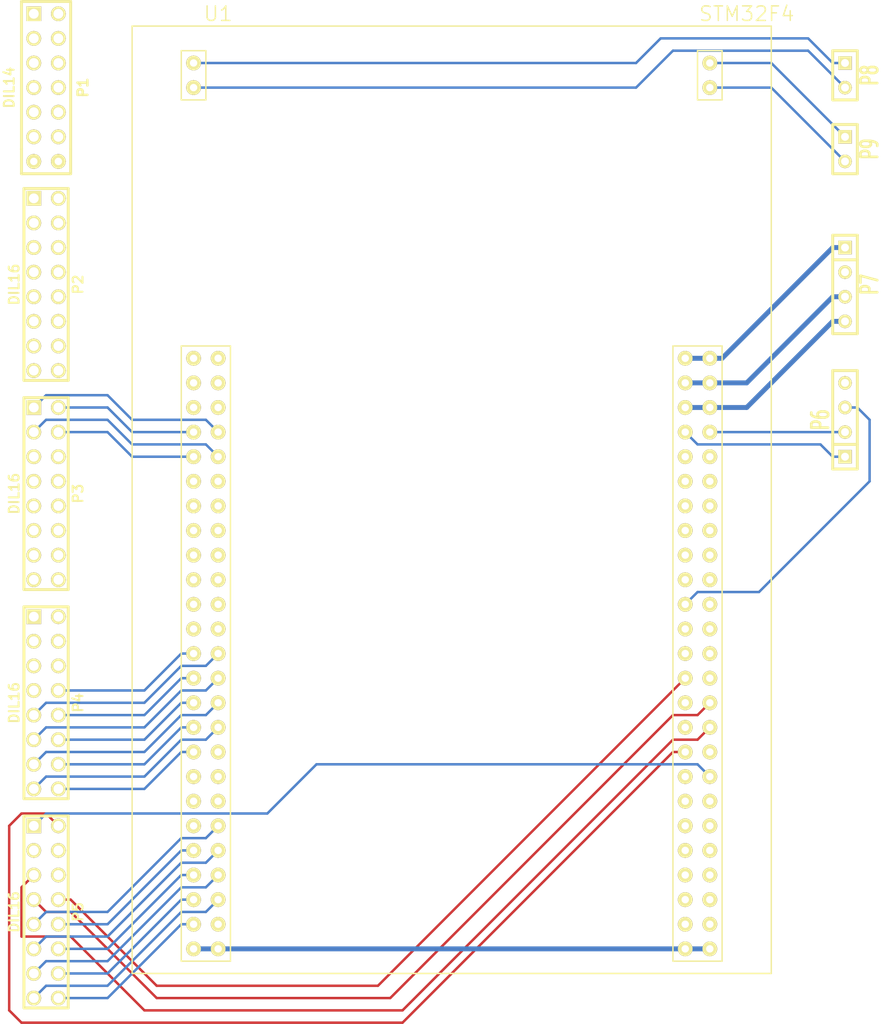
<source format=kicad_pcb>
(kicad_pcb (version 3) (host pcbnew "(2013-mar-13)-testing")

  (general
    (links 103)
    (no_connects 63)
    (area 19.913599 13.96873 194.6656 136.042401)
    (thickness 1.6)
    (drawings 0)
    (tracks 152)
    (zones 0)
    (modules 10)
    (nets 92)
  )

  (page A4)
  (layers
    (15 F.Cu signal)
    (0 B.Cu signal)
    (16 B.Adhes user)
    (17 F.Adhes user)
    (18 B.Paste user)
    (19 F.Paste user)
    (20 B.SilkS user)
    (21 F.SilkS user)
    (22 B.Mask user)
    (23 F.Mask user)
    (24 Dwgs.User user)
    (25 Cmts.User user)
    (26 Eco1.User user)
    (27 Eco2.User user)
    (28 Edge.Cuts user)
  )

  (setup
    (last_trace_width 0.254)
    (trace_clearance 0.254)
    (zone_clearance 0.508)
    (zone_45_only no)
    (trace_min 0.254)
    (segment_width 0.2)
    (edge_width 0.15)
    (via_size 0.889)
    (via_drill 0.635)
    (via_min_size 0.889)
    (via_min_drill 0.508)
    (uvia_size 0.508)
    (uvia_drill 0.127)
    (uvias_allowed no)
    (uvia_min_size 0.508)
    (uvia_min_drill 0.127)
    (pcb_text_width 0.3)
    (pcb_text_size 1.5 1.5)
    (mod_edge_width 0.15)
    (mod_text_size 1.5 1.5)
    (mod_text_width 0.15)
    (pad_size 1.524 1.524)
    (pad_drill 0.762)
    (pad_to_mask_clearance 0.2)
    (aux_axis_origin 0 0)
    (visible_elements FFFFFF7F)
    (pcbplotparams
      (layerselection 3178497)
      (usegerberextensions true)
      (excludeedgelayer true)
      (linewidth 0.100000)
      (plotframeref false)
      (viasonmask false)
      (mode 1)
      (useauxorigin false)
      (hpglpennumber 1)
      (hpglpenspeed 20)
      (hpglpendiameter 15)
      (hpglpenoverlay 2)
      (psnegative false)
      (psa4output false)
      (plotreference true)
      (plotvalue true)
      (plotothertext true)
      (plotinvisibletext false)
      (padsonsilk false)
      (subtractmaskfromsilk false)
      (outputformat 1)
      (mirror false)
      (drillshape 1)
      (scaleselection 1)
      (outputdirectory ""))
  )

  (net 0 "")
  (net 1 N-000001)
  (net 2 N-0000010)
  (net 3 N-0000011)
  (net 4 N-0000012)
  (net 5 N-0000013)
  (net 6 N-0000014)
  (net 7 N-0000015)
  (net 8 N-0000016)
  (net 9 N-0000017)
  (net 10 N-0000018)
  (net 11 N-0000019)
  (net 12 N-000002)
  (net 13 N-0000020)
  (net 14 N-0000021)
  (net 15 N-0000022)
  (net 16 N-0000023)
  (net 17 N-0000024)
  (net 18 N-0000025)
  (net 19 N-0000026)
  (net 20 N-0000027)
  (net 21 N-0000028)
  (net 22 N-0000029)
  (net 23 N-000003)
  (net 24 N-0000030)
  (net 25 N-0000031)
  (net 26 N-0000032)
  (net 27 N-0000033)
  (net 28 N-0000034)
  (net 29 N-0000035)
  (net 30 N-0000036)
  (net 31 N-0000037)
  (net 32 N-0000038)
  (net 33 N-0000039)
  (net 34 N-000004)
  (net 35 N-0000040)
  (net 36 N-0000041)
  (net 37 N-0000042)
  (net 38 N-0000043)
  (net 39 N-0000044)
  (net 40 N-0000045)
  (net 41 N-0000046)
  (net 42 N-0000047)
  (net 43 N-0000048)
  (net 44 N-0000049)
  (net 45 N-000005)
  (net 46 N-0000050)
  (net 47 N-0000051)
  (net 48 N-0000052)
  (net 49 N-0000053)
  (net 50 N-0000054)
  (net 51 N-0000055)
  (net 52 N-0000056)
  (net 53 N-0000057)
  (net 54 N-0000058)
  (net 55 N-0000059)
  (net 56 N-000006)
  (net 57 N-0000060)
  (net 58 N-0000061)
  (net 59 N-0000062)
  (net 60 N-0000063)
  (net 61 N-0000064)
  (net 62 N-0000065)
  (net 63 N-0000066)
  (net 64 N-0000067)
  (net 65 N-0000068)
  (net 66 N-0000069)
  (net 67 N-000007)
  (net 68 N-0000070)
  (net 69 N-0000071)
  (net 70 N-0000072)
  (net 71 N-0000073)
  (net 72 N-0000074)
  (net 73 N-0000075)
  (net 74 N-0000076)
  (net 75 N-0000077)
  (net 76 N-0000078)
  (net 77 N-0000079)
  (net 78 N-000008)
  (net 79 N-0000080)
  (net 80 N-0000081)
  (net 81 N-0000082)
  (net 82 N-0000083)
  (net 83 N-0000084)
  (net 84 N-0000085)
  (net 85 N-0000086)
  (net 86 N-0000087)
  (net 87 N-0000088)
  (net 88 N-0000089)
  (net 89 N-000009)
  (net 90 N-0000090)
  (net 91 N-0000091)

  (net_class Default "This is the default net class."
    (clearance 0.254)
    (trace_width 0.254)
    (via_dia 0.889)
    (via_drill 0.635)
    (uvia_dia 0.508)
    (uvia_drill 0.127)
    (add_net "")
    (add_net N-000001)
    (add_net N-0000010)
    (add_net N-0000011)
    (add_net N-0000012)
    (add_net N-0000013)
    (add_net N-0000014)
    (add_net N-0000015)
    (add_net N-0000016)
    (add_net N-0000017)
    (add_net N-0000018)
    (add_net N-0000019)
    (add_net N-000002)
    (add_net N-0000020)
    (add_net N-0000021)
    (add_net N-0000022)
    (add_net N-0000023)
    (add_net N-0000024)
    (add_net N-0000025)
    (add_net N-0000026)
    (add_net N-0000027)
    (add_net N-0000028)
    (add_net N-0000029)
    (add_net N-000003)
    (add_net N-0000030)
    (add_net N-0000031)
    (add_net N-0000032)
    (add_net N-0000033)
    (add_net N-0000034)
    (add_net N-0000035)
    (add_net N-0000036)
    (add_net N-0000037)
    (add_net N-0000038)
    (add_net N-0000039)
    (add_net N-000004)
    (add_net N-0000040)
    (add_net N-0000041)
    (add_net N-0000042)
    (add_net N-0000043)
    (add_net N-0000044)
    (add_net N-0000045)
    (add_net N-0000046)
    (add_net N-0000047)
    (add_net N-0000048)
    (add_net N-0000049)
    (add_net N-000005)
    (add_net N-0000050)
    (add_net N-0000051)
    (add_net N-0000052)
    (add_net N-0000053)
    (add_net N-0000054)
    (add_net N-0000055)
    (add_net N-0000056)
    (add_net N-0000057)
    (add_net N-0000058)
    (add_net N-0000059)
    (add_net N-000006)
    (add_net N-0000060)
    (add_net N-0000061)
    (add_net N-0000062)
    (add_net N-0000063)
    (add_net N-0000064)
    (add_net N-0000065)
    (add_net N-0000066)
    (add_net N-0000067)
    (add_net N-0000068)
    (add_net N-0000069)
    (add_net N-000007)
    (add_net N-0000070)
    (add_net N-0000071)
    (add_net N-0000072)
    (add_net N-0000073)
    (add_net N-0000074)
    (add_net N-0000075)
    (add_net N-0000076)
    (add_net N-0000077)
    (add_net N-0000079)
    (add_net N-000008)
    (add_net N-0000080)
    (add_net N-0000081)
    (add_net N-0000083)
    (add_net N-0000084)
    (add_net N-0000085)
    (add_net N-0000086)
    (add_net N-0000088)
    (add_net N-0000089)
    (add_net N-000009)
    (add_net N-0000091)
  )

  (net_class Power ""
    (clearance 0.254)
    (trace_width 0.508)
    (via_dia 0.889)
    (via_drill 0.635)
    (uvia_dia 0.508)
    (uvia_drill 0.127)
    (add_net N-0000078)
    (add_net N-0000082)
    (add_net N-0000087)
    (add_net N-0000090)
  )

  (module pin_array_8x2 (layer F.Cu) (tedit 3FB38B89) (tstamp 53440DBA)
    (at 26.67 44.45 270)
    (descr "Double rangee de contacts 2 x 8 pins")
    (tags CONN)
    (path /53441130)
    (fp_text reference P2 (at 0 -3.302 270) (layer F.SilkS)
      (effects (font (size 1.016 1.016) (thickness 0.2032)))
    )
    (fp_text value DIL16 (at 0 3.302 270) (layer F.SilkS)
      (effects (font (size 1.016 1.016) (thickness 0.2032)))
    )
    (fp_line (start -9.906 2.286) (end -9.906 -2.286) (layer F.SilkS) (width 0.3048))
    (fp_line (start -9.906 -2.286) (end 9.906 -2.286) (layer F.SilkS) (width 0.3048))
    (fp_line (start 9.906 -2.286) (end 9.906 2.286) (layer F.SilkS) (width 0.3048))
    (fp_line (start 9.906 2.286) (end -9.906 2.286) (layer F.SilkS) (width 0.3048))
    (pad 1 thru_hole rect (at -8.89 1.27 270) (size 1.524 1.524) (drill 1.016)
      (layers *.Cu *.Mask F.SilkS)
      (net 36 N-0000041)
    )
    (pad 2 thru_hole circle (at -8.89 -1.27 270) (size 1.524 1.524) (drill 1.016)
      (layers *.Cu *.Mask F.SilkS)
      (net 35 N-0000040)
    )
    (pad 3 thru_hole circle (at -6.35 1.27 270) (size 1.524 1.524) (drill 1.016)
      (layers *.Cu *.Mask F.SilkS)
      (net 33 N-0000039)
    )
    (pad 4 thru_hole circle (at -6.35 -1.27 270) (size 1.524 1.524) (drill 1.016)
      (layers *.Cu *.Mask F.SilkS)
      (net 32 N-0000038)
    )
    (pad 5 thru_hole circle (at -3.81 1.27 270) (size 1.524 1.524) (drill 1.016)
      (layers *.Cu *.Mask F.SilkS)
      (net 31 N-0000037)
    )
    (pad 6 thru_hole circle (at -3.81 -1.27 270) (size 1.524 1.524) (drill 1.016)
      (layers *.Cu *.Mask F.SilkS)
      (net 30 N-0000036)
    )
    (pad 7 thru_hole circle (at -1.27 1.27 270) (size 1.524 1.524) (drill 1.016)
      (layers *.Cu *.Mask F.SilkS)
      (net 29 N-0000035)
    )
    (pad 8 thru_hole circle (at -1.27 -1.27 270) (size 1.524 1.524) (drill 1.016)
      (layers *.Cu *.Mask F.SilkS)
      (net 28 N-0000034)
    )
    (pad 9 thru_hole circle (at 1.27 1.27 270) (size 1.524 1.524) (drill 1.016)
      (layers *.Cu *.Mask F.SilkS)
      (net 2 N-0000010)
    )
    (pad 10 thru_hole circle (at 1.27 -1.27 270) (size 1.524 1.524) (drill 1.016)
      (layers *.Cu *.Mask F.SilkS)
      (net 89 N-000009)
    )
    (pad 11 thru_hole circle (at 3.81 1.27 270) (size 1.524 1.524) (drill 1.016)
      (layers *.Cu *.Mask F.SilkS)
      (net 1 N-000001)
    )
    (pad 12 thru_hole circle (at 3.81 -1.27 270) (size 1.524 1.524) (drill 1.016)
      (layers *.Cu *.Mask F.SilkS)
      (net 67 N-000007)
    )
    (pad 13 thru_hole circle (at 6.35 1.27 270) (size 1.524 1.524) (drill 1.016)
      (layers *.Cu *.Mask F.SilkS)
      (net 3 N-0000011)
    )
    (pad 14 thru_hole circle (at 6.35 -1.27 270) (size 1.524 1.524) (drill 1.016)
      (layers *.Cu *.Mask F.SilkS)
      (net 4 N-0000012)
    )
    (pad 15 thru_hole circle (at 8.89 1.27 270) (size 1.524 1.524) (drill 1.016)
      (layers *.Cu *.Mask F.SilkS)
      (net 10 N-0000018)
    )
    (pad 16 thru_hole circle (at 8.89 -1.27 270) (size 1.524 1.524) (drill 1.016)
      (layers *.Cu *.Mask F.SilkS)
      (net 27 N-0000033)
    )
    (model pin_array/pins_array_8x2.wrl
      (at (xyz 0 0 0))
      (scale (xyz 1 1 1))
      (rotate (xyz 0 0 0))
    )
  )

  (module pin_array_8x2 (layer F.Cu) (tedit 3FB38B89) (tstamp 53440DD2)
    (at 26.67 66.04 270)
    (descr "Double rangee de contacts 2 x 8 pins")
    (tags CONN)
    (path /53440C31)
    (fp_text reference P3 (at 0 -3.302 270) (layer F.SilkS)
      (effects (font (size 1.016 1.016) (thickness 0.2032)))
    )
    (fp_text value DIL16 (at 0 3.302 270) (layer F.SilkS)
      (effects (font (size 1.016 1.016) (thickness 0.2032)))
    )
    (fp_line (start -9.906 2.286) (end -9.906 -2.286) (layer F.SilkS) (width 0.3048))
    (fp_line (start -9.906 -2.286) (end 9.906 -2.286) (layer F.SilkS) (width 0.3048))
    (fp_line (start 9.906 -2.286) (end 9.906 2.286) (layer F.SilkS) (width 0.3048))
    (fp_line (start 9.906 2.286) (end -9.906 2.286) (layer F.SilkS) (width 0.3048))
    (pad 1 thru_hole rect (at -8.89 1.27 270) (size 1.524 1.524) (drill 1.016)
      (layers *.Cu *.Mask F.SilkS)
      (net 22 N-0000029)
    )
    (pad 2 thru_hole circle (at -8.89 -1.27 270) (size 1.524 1.524) (drill 1.016)
      (layers *.Cu *.Mask F.SilkS)
      (net 21 N-0000028)
    )
    (pad 3 thru_hole circle (at -6.35 1.27 270) (size 1.524 1.524) (drill 1.016)
      (layers *.Cu *.Mask F.SilkS)
      (net 16 N-0000023)
    )
    (pad 4 thru_hole circle (at -6.35 -1.27 270) (size 1.524 1.524) (drill 1.016)
      (layers *.Cu *.Mask F.SilkS)
      (net 20 N-0000027)
    )
    (pad 5 thru_hole circle (at -3.81 1.27 270) (size 1.524 1.524) (drill 1.016)
      (layers *.Cu *.Mask F.SilkS)
      (net 19 N-0000026)
    )
    (pad 6 thru_hole circle (at -3.81 -1.27 270) (size 1.524 1.524) (drill 1.016)
      (layers *.Cu *.Mask F.SilkS)
      (net 18 N-0000025)
    )
    (pad 7 thru_hole circle (at -1.27 1.27 270) (size 1.524 1.524) (drill 1.016)
      (layers *.Cu *.Mask F.SilkS)
      (net 17 N-0000024)
    )
    (pad 8 thru_hole circle (at -1.27 -1.27 270) (size 1.524 1.524) (drill 1.016)
      (layers *.Cu *.Mask F.SilkS)
      (net 37 N-0000042)
    )
    (pad 9 thru_hole circle (at 1.27 1.27 270) (size 1.524 1.524) (drill 1.016)
      (layers *.Cu *.Mask F.SilkS)
      (net 24 N-0000030)
    )
    (pad 10 thru_hole circle (at 1.27 -1.27 270) (size 1.524 1.524) (drill 1.016)
      (layers *.Cu *.Mask F.SilkS)
      (net 25 N-0000031)
    )
    (pad 11 thru_hole circle (at 3.81 1.27 270) (size 1.524 1.524) (drill 1.016)
      (layers *.Cu *.Mask F.SilkS)
      (net 26 N-0000032)
    )
    (pad 12 thru_hole circle (at 3.81 -1.27 270) (size 1.524 1.524) (drill 1.016)
      (layers *.Cu *.Mask F.SilkS)
      (net 88 N-0000089)
    )
    (pad 13 thru_hole circle (at 6.35 1.27 270) (size 1.524 1.524) (drill 1.016)
      (layers *.Cu *.Mask F.SilkS)
      (net 77 N-0000079)
    )
    (pad 14 thru_hole circle (at 6.35 -1.27 270) (size 1.524 1.524) (drill 1.016)
      (layers *.Cu *.Mask F.SilkS)
      (net 82 N-0000083)
    )
    (pad 15 thru_hole circle (at 8.89 1.27 270) (size 1.524 1.524) (drill 1.016)
      (layers *.Cu *.Mask F.SilkS)
      (net 87 N-0000088)
    )
    (pad 16 thru_hole circle (at 8.89 -1.27 270) (size 1.524 1.524) (drill 1.016)
      (layers *.Cu *.Mask F.SilkS)
      (net 80 N-0000081)
    )
    (model pin_array/pins_array_8x2.wrl
      (at (xyz 0 0 0))
      (scale (xyz 1 1 1))
      (rotate (xyz 0 0 0))
    )
  )

  (module pin_array_8x2 (layer F.Cu) (tedit 3FB38B89) (tstamp 53440DEA)
    (at 26.67 87.63 270)
    (descr "Double rangee de contacts 2 x 8 pins")
    (tags CONN)
    (path /534428B4)
    (fp_text reference P4 (at 0 -3.302 270) (layer F.SilkS)
      (effects (font (size 1.016 1.016) (thickness 0.2032)))
    )
    (fp_text value DIL16 (at 0 3.302 270) (layer F.SilkS)
      (effects (font (size 1.016 1.016) (thickness 0.2032)))
    )
    (fp_line (start -9.906 2.286) (end -9.906 -2.286) (layer F.SilkS) (width 0.3048))
    (fp_line (start -9.906 -2.286) (end 9.906 -2.286) (layer F.SilkS) (width 0.3048))
    (fp_line (start 9.906 -2.286) (end 9.906 2.286) (layer F.SilkS) (width 0.3048))
    (fp_line (start 9.906 2.286) (end -9.906 2.286) (layer F.SilkS) (width 0.3048))
    (pad 1 thru_hole rect (at -8.89 1.27 270) (size 1.524 1.524) (drill 1.016)
      (layers *.Cu *.Mask F.SilkS)
      (net 65 N-0000068)
    )
    (pad 2 thru_hole circle (at -8.89 -1.27 270) (size 1.524 1.524) (drill 1.016)
      (layers *.Cu *.Mask F.SilkS)
      (net 64 N-0000067)
    )
    (pad 3 thru_hole circle (at -6.35 1.27 270) (size 1.524 1.524) (drill 1.016)
      (layers *.Cu *.Mask F.SilkS)
      (net 63 N-0000066)
    )
    (pad 4 thru_hole circle (at -6.35 -1.27 270) (size 1.524 1.524) (drill 1.016)
      (layers *.Cu *.Mask F.SilkS)
      (net 55 N-0000059)
    )
    (pad 5 thru_hole circle (at -3.81 1.27 270) (size 1.524 1.524) (drill 1.016)
      (layers *.Cu *.Mask F.SilkS)
      (net 73 N-0000075)
    )
    (pad 6 thru_hole circle (at -3.81 -1.27 270) (size 1.524 1.524) (drill 1.016)
      (layers *.Cu *.Mask F.SilkS)
      (net 72 N-0000074)
    )
    (pad 7 thru_hole circle (at -1.27 1.27 270) (size 1.524 1.524) (drill 1.016)
      (layers *.Cu *.Mask F.SilkS)
      (net 71 N-0000073)
    )
    (pad 8 thru_hole circle (at -1.27 -1.27 270) (size 1.524 1.524) (drill 1.016)
      (layers *.Cu *.Mask F.SilkS)
      (net 70 N-0000072)
    )
    (pad 9 thru_hole circle (at 1.27 1.27 270) (size 1.524 1.524) (drill 1.016)
      (layers *.Cu *.Mask F.SilkS)
      (net 74 N-0000076)
    )
    (pad 10 thru_hole circle (at 1.27 -1.27 270) (size 1.524 1.524) (drill 1.016)
      (layers *.Cu *.Mask F.SilkS)
      (net 75 N-0000077)
    )
    (pad 11 thru_hole circle (at 3.81 1.27 270) (size 1.524 1.524) (drill 1.016)
      (layers *.Cu *.Mask F.SilkS)
      (net 57 N-0000060)
    )
    (pad 12 thru_hole circle (at 3.81 -1.27 270) (size 1.524 1.524) (drill 1.016)
      (layers *.Cu *.Mask F.SilkS)
      (net 58 N-0000061)
    )
    (pad 13 thru_hole circle (at 6.35 1.27 270) (size 1.524 1.524) (drill 1.016)
      (layers *.Cu *.Mask F.SilkS)
      (net 59 N-0000062)
    )
    (pad 14 thru_hole circle (at 6.35 -1.27 270) (size 1.524 1.524) (drill 1.016)
      (layers *.Cu *.Mask F.SilkS)
      (net 60 N-0000063)
    )
    (pad 15 thru_hole circle (at 8.89 1.27 270) (size 1.524 1.524) (drill 1.016)
      (layers *.Cu *.Mask F.SilkS)
      (net 61 N-0000064)
    )
    (pad 16 thru_hole circle (at 8.89 -1.27 270) (size 1.524 1.524) (drill 1.016)
      (layers *.Cu *.Mask F.SilkS)
      (net 62 N-0000065)
    )
    (model pin_array/pins_array_8x2.wrl
      (at (xyz 0 0 0))
      (scale (xyz 1 1 1))
      (rotate (xyz 0 0 0))
    )
  )

  (module pin_array_8x2 (layer F.Cu) (tedit 3FB38B89) (tstamp 53440E02)
    (at 26.67 109.22 270)
    (descr "Double rangee de contacts 2 x 8 pins")
    (tags CONN)
    (path /5344195D)
    (fp_text reference P5 (at 0 -3.302 270) (layer F.SilkS)
      (effects (font (size 1.016 1.016) (thickness 0.2032)))
    )
    (fp_text value DIL16 (at 0 3.302 270) (layer F.SilkS)
      (effects (font (size 1.016 1.016) (thickness 0.2032)))
    )
    (fp_line (start -9.906 2.286) (end -9.906 -2.286) (layer F.SilkS) (width 0.3048))
    (fp_line (start -9.906 -2.286) (end 9.906 -2.286) (layer F.SilkS) (width 0.3048))
    (fp_line (start 9.906 -2.286) (end 9.906 2.286) (layer F.SilkS) (width 0.3048))
    (fp_line (start 9.906 2.286) (end -9.906 2.286) (layer F.SilkS) (width 0.3048))
    (pad 1 thru_hole rect (at -8.89 1.27 270) (size 1.524 1.524) (drill 1.016)
      (layers *.Cu *.Mask F.SilkS)
      (net 56 N-000006)
    )
    (pad 2 thru_hole circle (at -8.89 -1.27 270) (size 1.524 1.524) (drill 1.016)
      (layers *.Cu *.Mask F.SilkS)
      (net 34 N-000004)
    )
    (pad 3 thru_hole circle (at -6.35 1.27 270) (size 1.524 1.524) (drill 1.016)
      (layers *.Cu *.Mask F.SilkS)
      (net 23 N-000003)
    )
    (pad 4 thru_hole circle (at -6.35 -1.27 270) (size 1.524 1.524) (drill 1.016)
      (layers *.Cu *.Mask F.SilkS)
      (net 12 N-000002)
    )
    (pad 5 thru_hole circle (at -3.81 1.27 270) (size 1.524 1.524) (drill 1.016)
      (layers *.Cu *.Mask F.SilkS)
      (net 6 N-0000014)
    )
    (pad 6 thru_hole circle (at -3.81 -1.27 270) (size 1.524 1.524) (drill 1.016)
      (layers *.Cu *.Mask F.SilkS)
      (net 5 N-0000013)
    )
    (pad 7 thru_hole circle (at -1.27 1.27 270) (size 1.524 1.524) (drill 1.016)
      (layers *.Cu *.Mask F.SilkS)
      (net 66 N-0000069)
    )
    (pad 8 thru_hole circle (at -1.27 -1.27 270) (size 1.524 1.524) (drill 1.016)
      (layers *.Cu *.Mask F.SilkS)
      (net 7 N-0000015)
    )
    (pad 9 thru_hole circle (at 1.27 1.27 270) (size 1.524 1.524) (drill 1.016)
      (layers *.Cu *.Mask F.SilkS)
      (net 8 N-0000016)
    )
    (pad 10 thru_hole circle (at 1.27 -1.27 270) (size 1.524 1.524) (drill 1.016)
      (layers *.Cu *.Mask F.SilkS)
      (net 9 N-0000017)
    )
    (pad 11 thru_hole circle (at 3.81 1.27 270) (size 1.524 1.524) (drill 1.016)
      (layers *.Cu *.Mask F.SilkS)
      (net 11 N-0000019)
    )
    (pad 12 thru_hole circle (at 3.81 -1.27 270) (size 1.524 1.524) (drill 1.016)
      (layers *.Cu *.Mask F.SilkS)
      (net 13 N-0000020)
    )
    (pad 13 thru_hole circle (at 6.35 1.27 270) (size 1.524 1.524) (drill 1.016)
      (layers *.Cu *.Mask F.SilkS)
      (net 14 N-0000021)
    )
    (pad 14 thru_hole circle (at 6.35 -1.27 270) (size 1.524 1.524) (drill 1.016)
      (layers *.Cu *.Mask F.SilkS)
      (net 15 N-0000022)
    )
    (pad 15 thru_hole circle (at 8.89 1.27 270) (size 1.524 1.524) (drill 1.016)
      (layers *.Cu *.Mask F.SilkS)
      (net 78 N-000008)
    )
    (pad 16 thru_hole circle (at 8.89 -1.27 270) (size 1.524 1.524) (drill 1.016)
      (layers *.Cu *.Mask F.SilkS)
      (net 45 N-000005)
    )
    (model pin_array/pins_array_8x2.wrl
      (at (xyz 0 0 0))
      (scale (xyz 1 1 1))
      (rotate (xyz 0 0 0))
    )
  )

  (module SIL-4 (layer F.Cu) (tedit 200000) (tstamp 53440E11)
    (at 109.22 58.42 90)
    (descr "Connecteur 4 pibs")
    (tags "CONN DEV")
    (path /53444BB6)
    (fp_text reference P6 (at 0 -2.54 90) (layer F.SilkS)
      (effects (font (size 1.73482 1.08712) (thickness 0.3048)))
    )
    (fp_text value CONN_4 (at 0 -2.54 90) (layer F.SilkS) hide
      (effects (font (size 1.524 1.016) (thickness 0.3048)))
    )
    (fp_line (start -5.08 -1.27) (end -5.08 -1.27) (layer F.SilkS) (width 0.3048))
    (fp_line (start -5.08 1.27) (end -5.08 -1.27) (layer F.SilkS) (width 0.3048))
    (fp_line (start -5.08 -1.27) (end -5.08 -1.27) (layer F.SilkS) (width 0.3048))
    (fp_line (start -5.08 -1.27) (end 5.08 -1.27) (layer F.SilkS) (width 0.3048))
    (fp_line (start 5.08 -1.27) (end 5.08 1.27) (layer F.SilkS) (width 0.3048))
    (fp_line (start 5.08 1.27) (end -5.08 1.27) (layer F.SilkS) (width 0.3048))
    (fp_line (start -2.54 1.27) (end -2.54 -1.27) (layer F.SilkS) (width 0.3048))
    (pad 1 thru_hole rect (at -3.81 0 90) (size 1.397 1.397) (drill 0.8128)
      (layers *.Cu *.Mask F.SilkS)
      (net 49 N-0000053)
    )
    (pad 2 thru_hole circle (at -1.27 0 90) (size 1.397 1.397) (drill 0.8128)
      (layers *.Cu *.Mask F.SilkS)
      (net 50 N-0000054)
    )
    (pad 3 thru_hole circle (at 1.27 0 90) (size 1.397 1.397) (drill 0.8128)
      (layers *.Cu *.Mask F.SilkS)
      (net 51 N-0000055)
    )
    (pad 4 thru_hole circle (at 3.81 0 90) (size 1.397 1.397) (drill 0.8128)
      (layers *.Cu *.Mask F.SilkS)
      (net 52 N-0000056)
    )
  )

  (module SIL-4 (layer F.Cu) (tedit 200000) (tstamp 53440E20)
    (at 109.22 44.45 270)
    (descr "Connecteur 4 pibs")
    (tags "CONN DEV")
    (path /534454EF)
    (fp_text reference P7 (at 0 -2.54 270) (layer F.SilkS)
      (effects (font (size 1.73482 1.08712) (thickness 0.3048)))
    )
    (fp_text value CONN_4 (at 0 -2.54 270) (layer F.SilkS) hide
      (effects (font (size 1.524 1.016) (thickness 0.3048)))
    )
    (fp_line (start -5.08 -1.27) (end -5.08 -1.27) (layer F.SilkS) (width 0.3048))
    (fp_line (start -5.08 1.27) (end -5.08 -1.27) (layer F.SilkS) (width 0.3048))
    (fp_line (start -5.08 -1.27) (end -5.08 -1.27) (layer F.SilkS) (width 0.3048))
    (fp_line (start -5.08 -1.27) (end 5.08 -1.27) (layer F.SilkS) (width 0.3048))
    (fp_line (start 5.08 -1.27) (end 5.08 1.27) (layer F.SilkS) (width 0.3048))
    (fp_line (start 5.08 1.27) (end -5.08 1.27) (layer F.SilkS) (width 0.3048))
    (fp_line (start -2.54 1.27) (end -2.54 -1.27) (layer F.SilkS) (width 0.3048))
    (pad 1 thru_hole rect (at -3.81 0 270) (size 1.397 1.397) (drill 0.8128)
      (layers *.Cu *.Mask F.SilkS)
      (net 81 N-0000082)
    )
    (pad 2 thru_hole circle (at -1.27 0 270) (size 1.397 1.397) (drill 0.8128)
      (layers *.Cu *.Mask F.SilkS)
      (net 86 N-0000087)
    )
    (pad 3 thru_hole circle (at 1.27 0 270) (size 1.397 1.397) (drill 0.8128)
      (layers *.Cu *.Mask F.SilkS)
      (net 90 N-0000090)
    )
    (pad 4 thru_hole circle (at 3.81 0 270) (size 1.397 1.397) (drill 0.8128)
      (layers *.Cu *.Mask F.SilkS)
      (net 76 N-0000078)
    )
  )

  (module SIL-2 (layer F.Cu) (tedit 200000) (tstamp 53440E2A)
    (at 109.22 22.86 270)
    (descr "Connecteurs 2 pins")
    (tags "CONN DEV")
    (path /5343FD60)
    (fp_text reference P8 (at 0 -2.54 270) (layer F.SilkS)
      (effects (font (size 1.72974 1.08712) (thickness 0.3048)))
    )
    (fp_text value CONN_2 (at 0 -2.54 270) (layer F.SilkS) hide
      (effects (font (size 1.524 1.016) (thickness 0.3048)))
    )
    (fp_line (start -2.54 1.27) (end -2.54 -1.27) (layer F.SilkS) (width 0.3048))
    (fp_line (start -2.54 -1.27) (end 2.54 -1.27) (layer F.SilkS) (width 0.3048))
    (fp_line (start 2.54 -1.27) (end 2.54 1.27) (layer F.SilkS) (width 0.3048))
    (fp_line (start 2.54 1.27) (end -2.54 1.27) (layer F.SilkS) (width 0.3048))
    (pad 1 thru_hole rect (at -1.27 0 270) (size 1.397 1.397) (drill 0.8128)
      (layers *.Cu *.Mask F.SilkS)
      (net 91 N-0000091)
    )
    (pad 2 thru_hole circle (at 1.27 0 270) (size 1.397 1.397) (drill 0.8128)
      (layers *.Cu *.Mask F.SilkS)
      (net 85 N-0000086)
    )
  )

  (module SIL-2 (layer F.Cu) (tedit 200000) (tstamp 53440E34)
    (at 109.22 30.48 270)
    (descr "Connecteurs 2 pins")
    (tags "CONN DEV")
    (path /5343FD4C)
    (fp_text reference P9 (at 0 -2.54 270) (layer F.SilkS)
      (effects (font (size 1.72974 1.08712) (thickness 0.3048)))
    )
    (fp_text value CONN_2 (at 0 -2.54 270) (layer F.SilkS) hide
      (effects (font (size 1.524 1.016) (thickness 0.3048)))
    )
    (fp_line (start -2.54 1.27) (end -2.54 -1.27) (layer F.SilkS) (width 0.3048))
    (fp_line (start -2.54 -1.27) (end 2.54 -1.27) (layer F.SilkS) (width 0.3048))
    (fp_line (start 2.54 -1.27) (end 2.54 1.27) (layer F.SilkS) (width 0.3048))
    (fp_line (start 2.54 1.27) (end -2.54 1.27) (layer F.SilkS) (width 0.3048))
    (pad 1 thru_hole rect (at -1.27 0 270) (size 1.397 1.397) (drill 0.8128)
      (layers *.Cu *.Mask F.SilkS)
      (net 84 N-0000085)
    )
    (pad 2 thru_hole circle (at 1.27 0 270) (size 1.397 1.397) (drill 0.8128)
      (layers *.Cu *.Mask F.SilkS)
      (net 83 N-0000084)
    )
  )

  (module STM32F4_mount (layer F.Cu) (tedit 534091B8) (tstamp 53440FBD)
    (at 35.56 115.57)
    (path /5343FC52)
    (fp_text reference U1 (at 8.89 -99.06) (layer F.SilkS)
      (effects (font (size 1.5 1.5) (thickness 0.15)))
    )
    (fp_text value STM32F4 (at 63.5 -99.06) (layer F.SilkS)
      (effects (font (size 1.5 1.5) (thickness 0.15)))
    )
    (fp_line (start 0 0) (end 66.04 0) (layer F.SilkS) (width 0.15))
    (fp_line (start 66.04 0) (end 66.04 -97.79) (layer F.SilkS) (width 0.15))
    (fp_line (start 66.04 -97.79) (end 0 -97.79) (layer F.SilkS) (width 0.15))
    (fp_line (start 0 -97.79) (end 0 0) (layer F.SilkS) (width 0.15))
    (fp_line (start 5.08 -95.25) (end 7.62 -95.25) (layer F.SilkS) (width 0.15))
    (fp_line (start 7.62 -95.25) (end 7.62 -90.17) (layer F.SilkS) (width 0.15))
    (fp_line (start 7.62 -90.17) (end 5.08 -90.17) (layer F.SilkS) (width 0.15))
    (fp_line (start 5.08 -90.17) (end 5.08 -95.25) (layer F.SilkS) (width 0.15))
    (fp_line (start 58.42 -95.25) (end 60.96 -95.25) (layer F.SilkS) (width 0.15))
    (fp_line (start 60.96 -95.25) (end 60.96 -90.17) (layer F.SilkS) (width 0.15))
    (fp_line (start 60.96 -90.17) (end 58.42 -90.17) (layer F.SilkS) (width 0.15))
    (fp_line (start 58.42 -90.17) (end 58.42 -95.25) (layer F.SilkS) (width 0.15))
    (fp_line (start 55.88 -64.77) (end 60.96 -64.77) (layer F.SilkS) (width 0.15))
    (fp_line (start 60.96 -64.77) (end 60.96 -1.27) (layer F.SilkS) (width 0.15))
    (fp_line (start 60.96 -1.27) (end 55.88 -1.27) (layer F.SilkS) (width 0.15))
    (fp_line (start 55.88 -1.27) (end 55.88 -64.77) (layer F.SilkS) (width 0.15))
    (fp_line (start 5.08 -64.77) (end 10.16 -64.77) (layer F.SilkS) (width 0.15))
    (fp_line (start 10.16 -64.77) (end 10.16 -1.27) (layer F.SilkS) (width 0.15))
    (fp_line (start 10.16 -1.27) (end 5.08 -1.27) (layer F.SilkS) (width 0.15))
    (fp_line (start 5.08 -1.27) (end 5.08 -64.77) (layer F.SilkS) (width 0.15))
    (pad 101 thru_hole circle (at 6.35 -93.98) (size 1.524 1.524) (drill 0.762)
      (layers *.Cu *.Mask F.SilkS)
      (net 91 N-0000091)
    )
    (pad 102 thru_hole circle (at 6.35 -91.44) (size 1.524 1.524) (drill 0.762)
      (layers *.Cu *.Mask F.SilkS)
      (net 85 N-0000086)
    )
    (pad 1 thru_hole circle (at 6.35 -63.5) (size 1.524 1.524) (drill 0.762)
      (layers *.Cu *.Mask F.SilkS)
      (net 81 N-0000082)
    )
    (pad 2 thru_hole circle (at 6.35 -60.96) (size 1.524 1.524) (drill 0.762)
      (layers *.Cu *.Mask F.SilkS)
      (net 86 N-0000087)
    )
    (pad 3 thru_hole circle (at 6.35 -58.42) (size 1.524 1.524) (drill 0.762)
      (layers *.Cu *.Mask F.SilkS)
      (net 81 N-0000082)
    )
    (pad 4 thru_hole circle (at 6.35 -55.88) (size 1.524 1.524) (drill 0.762)
      (layers *.Cu *.Mask F.SilkS)
      (net 21 N-0000028)
    )
    (pad 5 thru_hole circle (at 6.35 -53.34) (size 1.524 1.524) (drill 0.762)
      (layers *.Cu *.Mask F.SilkS)
      (net 20 N-0000027)
    )
    (pad 104 thru_hole circle (at 59.69 -91.44) (size 1.524 1.524) (drill 0.762)
      (layers *.Cu *.Mask F.SilkS)
      (net 83 N-0000084)
    )
    (pad 103 thru_hole circle (at 59.69 -93.98) (size 1.524 1.524) (drill 0.762)
      (layers *.Cu *.Mask F.SilkS)
      (net 84 N-0000085)
    )
    (pad 100 thru_hole circle (at 59.69 -63.5) (size 1.524 1.524) (drill 0.762)
      (layers *.Cu *.Mask F.SilkS)
      (net 81 N-0000082)
    )
    (pad 51 thru_hole circle (at 57.15 -63.5) (size 1.524 1.524) (drill 0.762)
      (layers *.Cu *.Mask F.SilkS)
      (net 81 N-0000082)
    )
    (pad 52 thru_hole circle (at 57.15 -60.96) (size 1.524 1.524) (drill 0.762)
      (layers *.Cu *.Mask F.SilkS)
      (net 90 N-0000090)
    )
    (pad 99 thru_hole circle (at 59.69 -60.96) (size 1.524 1.524) (drill 0.762)
      (layers *.Cu *.Mask F.SilkS)
      (net 90 N-0000090)
    )
    (pad 50 thru_hole circle (at 8.89 -63.5) (size 1.524 1.524) (drill 0.762)
      (layers *.Cu *.Mask F.SilkS)
      (net 81 N-0000082)
    )
    (pad 49 thru_hole circle (at 8.89 -60.96) (size 1.524 1.524) (drill 0.762)
      (layers *.Cu *.Mask F.SilkS)
      (net 86 N-0000087)
    )
    (pad 48 thru_hole circle (at 8.89 -58.42) (size 1.524 1.524) (drill 0.762)
      (layers *.Cu *.Mask F.SilkS)
      (net 52 N-0000056)
    )
    (pad 47 thru_hole circle (at 8.89 -55.88) (size 1.524 1.524) (drill 0.762)
      (layers *.Cu *.Mask F.SilkS)
      (net 22 N-0000029)
    )
    (pad 46 thru_hole circle (at 8.89 -53.34) (size 1.524 1.524) (drill 0.762)
      (layers *.Cu *.Mask F.SilkS)
      (net 16 N-0000023)
    )
    (pad 6 thru_hole circle (at 6.35 -50.8) (size 1.524 1.524) (drill 0.762)
      (layers *.Cu *.Mask F.SilkS)
      (net 46 N-0000050)
    )
    (pad 7 thru_hole circle (at 6.35 -48.26) (size 1.524 1.524) (drill 0.762)
      (layers *.Cu *.Mask F.SilkS)
      (net 43 N-0000048)
    )
    (pad 8 thru_hole circle (at 6.35 -45.72) (size 1.524 1.524) (drill 0.762)
      (layers *.Cu *.Mask F.SilkS)
      (net 42 N-0000047)
    )
    (pad 9 thru_hole circle (at 6.35 -43.18) (size 1.524 1.524) (drill 0.762)
      (layers *.Cu *.Mask F.SilkS)
      (net 40 N-0000045)
    )
    (pad 10 thru_hole circle (at 6.35 -40.64) (size 1.524 1.524) (drill 0.762)
      (layers *.Cu *.Mask F.SilkS)
      (net 18 N-0000025)
    )
    (pad 41 thru_hole circle (at 8.89 -40.64) (size 1.524 1.524) (drill 0.762)
      (layers *.Cu *.Mask F.SilkS)
      (net 19 N-0000026)
    )
    (pad 11 thru_hole circle (at 6.35 -38.1) (size 1.524 1.524) (drill 0.762)
      (layers *.Cu *.Mask F.SilkS)
      (net 35 N-0000040)
    )
    (pad 12 thru_hole circle (at 6.35 -35.56) (size 1.524 1.524) (drill 0.762)
      (layers *.Cu *.Mask F.SilkS)
      (net 81 N-0000082)
    )
    (pad 13 thru_hole circle (at 6.35 -33.02) (size 1.524 1.524) (drill 0.762)
      (layers *.Cu *.Mask F.SilkS)
      (net 70 N-0000072)
    )
    (pad 14 thru_hole circle (at 6.35 -30.48) (size 1.524 1.524) (drill 0.762)
      (layers *.Cu *.Mask F.SilkS)
      (net 75 N-0000077)
    )
    (pad 15 thru_hole circle (at 6.35 -27.94) (size 1.524 1.524) (drill 0.762)
      (layers *.Cu *.Mask F.SilkS)
      (net 58 N-0000061)
    )
    (pad 36 thru_hole circle (at 8.89 -27.94) (size 1.524 1.524) (drill 0.762)
      (layers *.Cu *.Mask F.SilkS)
      (net 59 N-0000062)
    )
    (pad 16 thru_hole circle (at 6.35 -25.4) (size 1.524 1.524) (drill 0.762)
      (layers *.Cu *.Mask F.SilkS)
      (net 60 N-0000063)
    )
    (pad 17 thru_hole circle (at 6.35 -22.86) (size 1.524 1.524) (drill 0.762)
      (layers *.Cu *.Mask F.SilkS)
      (net 62 N-0000065)
    )
    (pad 18 thru_hole circle (at 6.35 -20.32) (size 1.524 1.524) (drill 0.762)
      (layers *.Cu *.Mask F.SilkS)
      (net 67 N-000007)
    )
    (pad 19 thru_hole circle (at 6.35 -17.78) (size 1.524 1.524) (drill 0.762)
      (layers *.Cu *.Mask F.SilkS)
      (net 4 N-0000012)
    )
    (pad 20 thru_hole circle (at 6.35 -15.24) (size 1.524 1.524) (drill 0.762)
      (layers *.Cu *.Mask F.SilkS)
      (net 27 N-0000033)
    )
    (pad 31 thru_hole circle (at 8.89 -15.24) (size 1.524 1.524) (drill 0.762)
      (layers *.Cu *.Mask F.SilkS)
      (net 8 N-0000016)
    )
    (pad 21 thru_hole circle (at 6.35 -12.7) (size 1.524 1.524) (drill 0.762)
      (layers *.Cu *.Mask F.SilkS)
      (net 9 N-0000017)
    )
    (pad 22 thru_hole circle (at 6.35 -10.16) (size 1.524 1.524) (drill 0.762)
      (layers *.Cu *.Mask F.SilkS)
      (net 13 N-0000020)
    )
    (pad 23 thru_hole circle (at 6.35 -7.62) (size 1.524 1.524) (drill 0.762)
      (layers *.Cu *.Mask F.SilkS)
      (net 15 N-0000022)
    )
    (pad 24 thru_hole circle (at 6.35 -5.08) (size 1.524 1.524) (drill 0.762)
      (layers *.Cu *.Mask F.SilkS)
      (net 45 N-000005)
    )
    (pad 25 thru_hole circle (at 6.35 -2.54) (size 1.524 1.524) (drill 0.762)
      (layers *.Cu *.Mask F.SilkS)
      (net 81 N-0000082)
    )
    (pad 26 thru_hole circle (at 8.89 -2.54) (size 1.524 1.524) (drill 0.762)
      (layers *.Cu *.Mask F.SilkS)
      (net 81 N-0000082)
    )
    (pad 45 thru_hole circle (at 8.89 -50.8) (size 1.524 1.524) (drill 0.762)
      (layers *.Cu *.Mask F.SilkS)
      (net 69 N-0000071)
    )
    (pad 44 thru_hole circle (at 8.89 -48.26) (size 1.524 1.524) (drill 0.762)
      (layers *.Cu *.Mask F.SilkS)
      (net 44 N-0000049)
    )
    (pad 43 thru_hole circle (at 8.89 -45.72) (size 1.524 1.524) (drill 0.762)
      (layers *.Cu *.Mask F.SilkS)
      (net 38 N-0000043)
    )
    (pad 42 thru_hole circle (at 8.89 -43.18) (size 1.524 1.524) (drill 0.762)
      (layers *.Cu *.Mask F.SilkS)
      (net 41 N-0000046)
    )
    (pad 40 thru_hole circle (at 8.89 -38.1) (size 1.524 1.524) (drill 0.762)
      (layers *.Cu *.Mask F.SilkS)
      (net 36 N-0000041)
    )
    (pad 39 thru_hole circle (at 8.89 -35.56) (size 1.524 1.524) (drill 0.762)
      (layers *.Cu *.Mask F.SilkS)
      (net 33 N-0000039)
    )
    (pad 38 thru_hole circle (at 8.89 -33.02) (size 1.524 1.524) (drill 0.762)
      (layers *.Cu *.Mask F.SilkS)
      (net 74 N-0000076)
    )
    (pad 37 thru_hole circle (at 8.89 -30.48) (size 1.524 1.524) (drill 0.762)
      (layers *.Cu *.Mask F.SilkS)
      (net 57 N-0000060)
    )
    (pad 35 thru_hole circle (at 8.89 -25.4) (size 1.524 1.524) (drill 0.762)
      (layers *.Cu *.Mask F.SilkS)
      (net 61 N-0000064)
    )
    (pad 34 thru_hole circle (at 8.89 -22.86) (size 1.524 1.524) (drill 0.762)
      (layers *.Cu *.Mask F.SilkS)
      (net 1 N-000001)
    )
    (pad 33 thru_hole circle (at 8.89 -20.32) (size 1.524 1.524) (drill 0.762)
      (layers *.Cu *.Mask F.SilkS)
      (net 3 N-0000011)
    )
    (pad 32 thru_hole circle (at 8.89 -17.78) (size 1.524 1.524) (drill 0.762)
      (layers *.Cu *.Mask F.SilkS)
      (net 10 N-0000018)
    )
    (pad 30 thru_hole circle (at 8.89 -12.7) (size 1.524 1.524) (drill 0.762)
      (layers *.Cu *.Mask F.SilkS)
      (net 11 N-0000019)
    )
    (pad 29 thru_hole circle (at 8.89 -10.16) (size 1.524 1.524) (drill 0.762)
      (layers *.Cu *.Mask F.SilkS)
      (net 14 N-0000021)
    )
    (pad 28 thru_hole circle (at 8.89 -7.62) (size 1.524 1.524) (drill 0.762)
      (layers *.Cu *.Mask F.SilkS)
      (net 78 N-000008)
    )
    (pad 27 thru_hole circle (at 8.89 -5.08) (size 1.524 1.524) (drill 0.762)
      (layers *.Cu *.Mask F.SilkS)
      (net 79 N-0000080)
    )
    (pad 75 thru_hole circle (at 57.15 -2.54) (size 1.524 1.524) (drill 0.762)
      (layers *.Cu *.Mask F.SilkS)
      (net 81 N-0000082)
    )
    (pad 76 thru_hole circle (at 59.69 -2.54) (size 1.524 1.524) (drill 0.762)
      (layers *.Cu *.Mask F.SilkS)
      (net 81 N-0000082)
    )
    (pad 77 thru_hole circle (at 59.69 -5.08) (size 1.524 1.524) (drill 0.762)
      (layers *.Cu *.Mask F.SilkS)
      (net 37 N-0000042)
    )
    (pad 74 thru_hole circle (at 57.15 -5.08) (size 1.524 1.524) (drill 0.762)
      (layers *.Cu *.Mask F.SilkS)
      (net 17 N-0000024)
    )
    (pad 73 thru_hole circle (at 57.15 -7.62) (size 1.524 1.524) (drill 0.762)
      (layers *.Cu *.Mask F.SilkS)
      (net 24 N-0000030)
    )
    (pad 72 thru_hole circle (at 57.15 -10.16) (size 1.524 1.524) (drill 0.762)
      (layers *.Cu *.Mask F.SilkS)
      (net 39 N-0000044)
    )
    (pad 71 thru_hole circle (at 57.15 -12.7) (size 1.524 1.524) (drill 0.762)
      (layers *.Cu *.Mask F.SilkS)
      (net 53 N-0000057)
    )
    (pad 70 thru_hole circle (at 57.15 -15.24) (size 1.524 1.524) (drill 0.762)
      (layers *.Cu *.Mask F.SilkS)
      (net 48 N-0000052)
    )
    (pad 81 thru_hole circle (at 59.69 -15.24) (size 1.524 1.524) (drill 0.762)
      (layers *.Cu *.Mask F.SilkS)
      (net 68 N-0000070)
    )
    (pad 80 thru_hole circle (at 59.69 -12.7) (size 1.524 1.524) (drill 0.762)
      (layers *.Cu *.Mask F.SilkS)
      (net 47 N-0000051)
    )
    (pad 79 thru_hole circle (at 59.69 -10.16) (size 1.524 1.524) (drill 0.762)
      (layers *.Cu *.Mask F.SilkS)
      (net 54 N-0000058)
    )
    (pad 78 thru_hole circle (at 59.69 -7.62) (size 1.524 1.524) (drill 0.762)
      (layers *.Cu *.Mask F.SilkS)
      (net 25 N-0000031)
    )
    (pad 82 thru_hole circle (at 59.69 -17.78) (size 1.524 1.524) (drill 0.762)
      (layers *.Cu *.Mask F.SilkS)
      (net 88 N-0000089)
    )
    (pad 69 thru_hole circle (at 57.15 -17.78) (size 1.524 1.524) (drill 0.762)
      (layers *.Cu *.Mask F.SilkS)
      (net 26 N-0000032)
    )
    (pad 68 thru_hole circle (at 57.15 -20.32) (size 1.524 1.524) (drill 0.762)
      (layers *.Cu *.Mask F.SilkS)
      (net 77 N-0000079)
    )
    (pad 83 thru_hole circle (at 59.69 -20.32) (size 1.524 1.524) (drill 0.762)
      (layers *.Cu *.Mask F.SilkS)
      (net 56 N-000006)
    )
    (pad 84 thru_hole circle (at 59.69 -22.86) (size 1.524 1.524) (drill 0.762)
      (layers *.Cu *.Mask F.SilkS)
      (net 23 N-000003)
    )
    (pad 67 thru_hole circle (at 57.15 -22.86) (size 1.524 1.524) (drill 0.762)
      (layers *.Cu *.Mask F.SilkS)
      (net 34 N-000004)
    )
    (pad 66 thru_hole circle (at 57.15 -25.4) (size 1.524 1.524) (drill 0.762)
      (layers *.Cu *.Mask F.SilkS)
      (net 12 N-000002)
    )
    (pad 85 thru_hole circle (at 59.69 -25.4) (size 1.524 1.524) (drill 0.762)
      (layers *.Cu *.Mask F.SilkS)
      (net 6 N-0000014)
    )
    (pad 86 thru_hole circle (at 59.69 -27.94) (size 1.524 1.524) (drill 0.762)
      (layers *.Cu *.Mask F.SilkS)
      (net 66 N-0000069)
    )
    (pad 87 thru_hole circle (at 59.69 -30.48) (size 1.524 1.524) (drill 0.762)
      (layers *.Cu *.Mask F.SilkS)
      (net 32 N-0000038)
    )
    (pad 88 thru_hole circle (at 59.69 -33.02) (size 1.524 1.524) (drill 0.762)
      (layers *.Cu *.Mask F.SilkS)
      (net 30 N-0000036)
    )
    (pad 89 thru_hole circle (at 59.69 -35.56) (size 1.524 1.524) (drill 0.762)
      (layers *.Cu *.Mask F.SilkS)
      (net 28 N-0000034)
    )
    (pad 90 thru_hole circle (at 59.69 -38.1) (size 1.524 1.524) (drill 0.762)
      (layers *.Cu *.Mask F.SilkS)
      (net 86 N-0000087)
    )
    (pad 91 thru_hole circle (at 59.69 -40.64) (size 1.524 1.524) (drill 0.762)
      (layers *.Cu *.Mask F.SilkS)
      (net 89 N-000009)
    )
    (pad 92 thru_hole circle (at 59.69 -43.18) (size 1.524 1.524) (drill 0.762)
      (layers *.Cu *.Mask F.SilkS)
      (net 64 N-0000067)
    )
    (pad 59 thru_hole circle (at 57.15 -43.18) (size 1.524 1.524) (drill 0.762)
      (layers *.Cu *.Mask F.SilkS)
      (net 65 N-0000068)
    )
    (pad 60 thru_hole circle (at 57.15 -40.64) (size 1.524 1.524) (drill 0.762)
      (layers *.Cu *.Mask F.SilkS)
      (net 2 N-0000010)
    )
    (pad 61 thru_hole circle (at 57.15 -38.1) (size 1.524 1.524) (drill 0.762)
      (layers *.Cu *.Mask F.SilkS)
      (net 51 N-0000055)
    )
    (pad 62 thru_hole circle (at 57.15 -35.56) (size 1.524 1.524) (drill 0.762)
      (layers *.Cu *.Mask F.SilkS)
      (net 29 N-0000035)
    )
    (pad 63 thru_hole circle (at 57.15 -33.02) (size 1.524 1.524) (drill 0.762)
      (layers *.Cu *.Mask F.SilkS)
      (net 31 N-0000037)
    )
    (pad 64 thru_hole circle (at 57.15 -30.48) (size 1.524 1.524) (drill 0.762)
      (layers *.Cu *.Mask F.SilkS)
      (net 7 N-0000015)
    )
    (pad 65 thru_hole circle (at 57.15 -27.94) (size 1.524 1.524) (drill 0.762)
      (layers *.Cu *.Mask F.SilkS)
      (net 5 N-0000013)
    )
    (pad 53 thru_hole circle (at 57.15 -58.42) (size 1.524 1.524) (drill 0.762)
      (layers *.Cu *.Mask F.SilkS)
      (net 76 N-0000078)
    )
    (pad 98 thru_hole circle (at 59.69 -58.42) (size 1.524 1.524) (drill 0.762)
      (layers *.Cu *.Mask F.SilkS)
      (net 76 N-0000078)
    )
    (pad 97 thru_hole circle (at 59.69 -55.88) (size 1.524 1.524) (drill 0.762)
      (layers *.Cu *.Mask F.SilkS)
      (net 50 N-0000054)
    )
    (pad 54 thru_hole circle (at 57.15 -55.88) (size 1.524 1.524) (drill 0.762)
      (layers *.Cu *.Mask F.SilkS)
      (net 49 N-0000053)
    )
    (pad 55 thru_hole circle (at 57.15 -53.34) (size 1.524 1.524) (drill 0.762)
      (layers *.Cu *.Mask F.SilkS)
      (net 87 N-0000088)
    )
    (pad 96 thru_hole circle (at 59.69 -53.34) (size 1.524 1.524) (drill 0.762)
      (layers *.Cu *.Mask F.SilkS)
      (net 80 N-0000081)
    )
    (pad 95 thru_hole circle (at 59.69 -50.8) (size 1.524 1.524) (drill 0.762)
      (layers *.Cu *.Mask F.SilkS)
      (net 82 N-0000083)
    )
    (pad 56 thru_hole circle (at 57.15 -50.8) (size 1.524 1.524) (drill 0.762)
      (layers *.Cu *.Mask F.SilkS)
      (net 71 N-0000073)
    )
    (pad 57 thru_hole circle (at 57.15 -48.26) (size 1.524 1.524) (drill 0.762)
      (layers *.Cu *.Mask F.SilkS)
      (net 73 N-0000075)
    )
    (pad 58 thru_hole circle (at 57.15 -45.72) (size 1.524 1.524) (drill 0.762)
      (layers *.Cu *.Mask F.SilkS)
      (net 63 N-0000066)
    )
    (pad 93 thru_hole circle (at 59.69 -45.72) (size 1.524 1.524) (drill 0.762)
      (layers *.Cu *.Mask F.SilkS)
      (net 55 N-0000059)
    )
    (pad 94 thru_hole circle (at 59.69 -48.26) (size 1.524 1.524) (drill 0.762)
      (layers *.Cu *.Mask F.SilkS)
      (net 72 N-0000074)
    )
  )

  (module pin_array_7x2 (layer F.Cu) (tedit 53440AA5) (tstamp 53440F2D)
    (at 26.67 24.13 270)
    (descr "Double rangee de contacts 2 x 6 pins")
    (tags CONN)
    (path /53443799)
    (fp_text reference P1 (at 0 -3.81 270) (layer F.SilkS)
      (effects (font (size 1.016 1.016) (thickness 0.254)))
    )
    (fp_text value DIL14 (at 0 3.81 270) (layer F.SilkS)
      (effects (font (size 1.016 1.016) (thickness 0.2032)))
    )
    (fp_line (start 6.35 -2.54) (end 8.89 -2.54) (layer F.SilkS) (width 0.3048))
    (fp_line (start 8.89 -2.54) (end 8.89 2.54) (layer F.SilkS) (width 0.3048))
    (fp_line (start 8.89 2.54) (end 6.35 2.54) (layer F.SilkS) (width 0.3048))
    (fp_line (start -8.89 -2.54) (end 6.35 -2.54) (layer F.SilkS) (width 0.3048))
    (fp_line (start 6.35 2.54) (end -8.89 2.54) (layer F.SilkS) (width 0.3048))
    (fp_line (start -8.89 2.54) (end -8.89 -2.54) (layer F.SilkS) (width 0.3048))
    (pad 1 thru_hole rect (at -7.62 1.27 270) (size 1.524 1.524) (drill 1.016)
      (layers *.Cu *.Mask F.SilkS)
      (net 69 N-0000071)
    )
    (pad 2 thru_hole circle (at -7.62 -1.27 270) (size 1.524 1.524) (drill 1.016)
      (layers *.Cu *.Mask F.SilkS)
      (net 46 N-0000050)
    )
    (pad 3 thru_hole circle (at -5.08 1.27 270) (size 1.524 1.524) (drill 1.016)
      (layers *.Cu *.Mask F.SilkS)
      (net 44 N-0000049)
    )
    (pad 4 thru_hole circle (at -5.08 -1.27 270) (size 1.524 1.524) (drill 1.016)
      (layers *.Cu *.Mask F.SilkS)
      (net 43 N-0000048)
    )
    (pad 5 thru_hole circle (at -2.54 1.27 270) (size 1.524 1.524) (drill 1.016)
      (layers *.Cu *.Mask F.SilkS)
      (net 38 N-0000043)
    )
    (pad 6 thru_hole circle (at -2.54 -1.27 270) (size 1.524 1.524) (drill 1.016)
      (layers *.Cu *.Mask F.SilkS)
      (net 42 N-0000047)
    )
    (pad 7 thru_hole circle (at 0 1.27 270) (size 1.524 1.524) (drill 1.016)
      (layers *.Cu *.Mask F.SilkS)
      (net 41 N-0000046)
    )
    (pad 8 thru_hole circle (at 0 -1.27 270) (size 1.524 1.524) (drill 1.016)
      (layers *.Cu *.Mask F.SilkS)
      (net 40 N-0000045)
    )
    (pad 9 thru_hole circle (at 2.54 1.27 270) (size 1.524 1.524) (drill 1.016)
      (layers *.Cu *.Mask F.SilkS)
      (net 39 N-0000044)
    )
    (pad 10 thru_hole circle (at 2.54 -1.27 270) (size 1.524 1.524) (drill 1.016)
      (layers *.Cu *.Mask F.SilkS)
      (net 54 N-0000058)
    )
    (pad 11 thru_hole circle (at 5.08 1.27 270) (size 1.524 1.524) (drill 1.016)
      (layers *.Cu *.Mask F.SilkS)
      (net 53 N-0000057)
    )
    (pad 12 thru_hole circle (at 5.08 -1.27 270) (size 1.524 1.524) (drill 1.016)
      (layers *.Cu *.Mask F.SilkS)
      (net 47 N-0000051)
    )
    (pad 13 thru_hole circle (at 7.62 1.27 270) (size 1.524 1.524) (drill 0.762)
      (layers *.Cu *.Mask F.SilkS)
      (net 48 N-0000052)
    )
    (pad 14 thru_hole circle (at 7.62 -1.27 270) (size 1.524 1.524) (drill 0.762)
      (layers *.Cu *.Mask F.SilkS)
      (net 68 N-0000070)
    )
  )

  (segment (start 25.4 105.41) (end 24.13 106.68) (width 0.254) (layer F.Cu) (net 6) (status 400000))
  (segment (start 93.98 91.44) (end 95.25 90.17) (width 0.254) (layer F.Cu) (net 6) (tstamp 53441554) (status 800000))
  (segment (start 91.44 91.44) (end 93.98 91.44) (width 0.254) (layer F.Cu) (net 6) (tstamp 53441552))
  (segment (start 63.5 119.38) (end 91.44 91.44) (width 0.254) (layer F.Cu) (net 6) (tstamp 53441550))
  (segment (start 36.83 119.38) (end 63.5 119.38) (width 0.254) (layer F.Cu) (net 6) (tstamp 5344154E))
  (segment (start 29.21 111.76) (end 36.83 119.38) (width 0.254) (layer F.Cu) (net 6) (tstamp 5344154D))
  (segment (start 24.13 111.76) (end 29.21 111.76) (width 0.254) (layer F.Cu) (net 6) (tstamp 5344154C))
  (segment (start 24.13 106.68) (end 24.13 111.76) (width 0.254) (layer F.Cu) (net 6) (tstamp 5344154B))
  (segment (start 27.94 107.95) (end 29.21 107.95) (width 0.254) (layer F.Cu) (net 7))
  (segment (start 60.96 116.84) (end 92.71 85.09) (width 0.254) (layer F.Cu) (net 7) (tstamp 5344152A))
  (segment (start 38.1 116.84) (end 60.96 116.84) (width 0.254) (layer F.Cu) (net 7) (tstamp 53441528))
  (segment (start 29.21 107.95) (end 38.1 116.84) (width 0.254) (layer F.Cu) (net 7) (tstamp 53441526))
  (segment (start 25.4 110.49) (end 26.67 109.22) (width 0.254) (layer B.Cu) (net 8))
  (segment (start 43.18 101.6) (end 44.45 100.33) (width 0.254) (layer B.Cu) (net 8) (tstamp 53441486))
  (segment (start 40.64 101.6) (end 43.18 101.6) (width 0.254) (layer B.Cu) (net 8) (tstamp 53441484))
  (segment (start 33.02 109.22) (end 40.64 101.6) (width 0.254) (layer B.Cu) (net 8) (tstamp 53441482))
  (segment (start 26.67 109.22) (end 33.02 109.22) (width 0.254) (layer B.Cu) (net 8) (tstamp 53441481))
  (segment (start 41.91 102.87) (end 40.64 102.87) (width 0.254) (layer B.Cu) (net 9))
  (segment (start 33.02 110.49) (end 27.94 110.49) (width 0.254) (layer B.Cu) (net 9) (tstamp 5344147C))
  (segment (start 40.64 102.87) (end 33.02 110.49) (width 0.254) (layer B.Cu) (net 9) (tstamp 5344147B))
  (segment (start 25.4 113.03) (end 26.67 111.76) (width 0.254) (layer B.Cu) (net 11))
  (segment (start 43.18 104.14) (end 44.45 102.87) (width 0.254) (layer B.Cu) (net 11) (tstamp 5344148D))
  (segment (start 40.64 104.14) (end 43.18 104.14) (width 0.254) (layer B.Cu) (net 11) (tstamp 5344148C))
  (segment (start 33.02 111.76) (end 40.64 104.14) (width 0.254) (layer B.Cu) (net 11) (tstamp 5344148B))
  (segment (start 26.67 111.76) (end 33.02 111.76) (width 0.254) (layer B.Cu) (net 11) (tstamp 5344148A))
  (segment (start 41.91 105.41) (end 40.64 105.41) (width 0.254) (layer B.Cu) (net 13))
  (segment (start 33.02 113.03) (end 27.94 113.03) (width 0.254) (layer B.Cu) (net 13) (tstamp 53441471))
  (segment (start 40.64 105.41) (end 33.02 113.03) (width 0.254) (layer B.Cu) (net 13) (tstamp 53441470))
  (segment (start 44.45 105.41) (end 43.18 106.68) (width 0.254) (layer B.Cu) (net 14))
  (segment (start 26.67 114.3) (end 25.4 115.57) (width 0.254) (layer B.Cu) (net 14) (tstamp 53441478))
  (segment (start 33.02 114.3) (end 26.67 114.3) (width 0.254) (layer B.Cu) (net 14) (tstamp 53441477))
  (segment (start 40.64 106.68) (end 33.02 114.3) (width 0.254) (layer B.Cu) (net 14) (tstamp 53441476))
  (segment (start 43.18 106.68) (end 40.64 106.68) (width 0.254) (layer B.Cu) (net 14) (tstamp 53441475))
  (segment (start 41.91 107.95) (end 40.64 107.95) (width 0.254) (layer B.Cu) (net 15))
  (segment (start 33.02 115.57) (end 27.94 115.57) (width 0.254) (layer B.Cu) (net 15) (tstamp 5344145F))
  (segment (start 40.64 107.95) (end 33.02 115.57) (width 0.254) (layer B.Cu) (net 15) (tstamp 5344145E))
  (segment (start 44.45 62.23) (end 43.18 60.96) (width 0.254) (layer B.Cu) (net 16))
  (segment (start 26.67 58.42) (end 25.4 59.69) (width 0.254) (layer B.Cu) (net 16) (tstamp 534414E6))
  (segment (start 33.02 58.42) (end 26.67 58.42) (width 0.254) (layer B.Cu) (net 16) (tstamp 534414E5))
  (segment (start 35.56 60.96) (end 33.02 58.42) (width 0.254) (layer B.Cu) (net 16) (tstamp 534414E4))
  (segment (start 43.18 60.96) (end 35.56 60.96) (width 0.254) (layer B.Cu) (net 16) (tstamp 534414E3))
  (segment (start 41.91 62.23) (end 35.56 62.23) (width 0.254) (layer B.Cu) (net 20))
  (segment (start 33.02 59.69) (end 27.94 59.69) (width 0.254) (layer B.Cu) (net 20) (tstamp 534414DF))
  (segment (start 35.56 62.23) (end 33.02 59.69) (width 0.254) (layer B.Cu) (net 20) (tstamp 534414DD))
  (segment (start 41.91 59.69) (end 35.56 59.69) (width 0.254) (layer B.Cu) (net 21))
  (segment (start 33.02 57.15) (end 27.94 57.15) (width 0.254) (layer B.Cu) (net 21) (tstamp 534414D9))
  (segment (start 35.56 59.69) (end 33.02 57.15) (width 0.254) (layer B.Cu) (net 21) (tstamp 534414D7))
  (segment (start 44.45 59.69) (end 43.18 58.42) (width 0.254) (layer B.Cu) (net 22))
  (segment (start 26.67 55.88) (end 25.4 57.15) (width 0.254) (layer B.Cu) (net 22) (tstamp 534414D3))
  (segment (start 33.02 55.88) (end 26.67 55.88) (width 0.254) (layer B.Cu) (net 22) (tstamp 534414D1))
  (segment (start 35.56 58.42) (end 33.02 55.88) (width 0.254) (layer B.Cu) (net 22) (tstamp 534414D0))
  (segment (start 43.18 58.42) (end 35.56 58.42) (width 0.254) (layer B.Cu) (net 22) (tstamp 534414CF))
  (segment (start 92.71 92.71) (end 91.44 92.71) (width 0.254) (layer F.Cu) (net 34) (status 400000))
  (segment (start 26.67 99.06) (end 27.94 100.33) (width 0.254) (layer F.Cu) (net 34) (tstamp 53441564) (status 800000))
  (segment (start 24.13 99.06) (end 26.67 99.06) (width 0.254) (layer F.Cu) (net 34) (tstamp 53441562))
  (segment (start 22.86 100.33) (end 24.13 99.06) (width 0.254) (layer F.Cu) (net 34) (tstamp 53441560))
  (segment (start 22.86 119.38) (end 22.86 100.33) (width 0.254) (layer F.Cu) (net 34) (tstamp 5344155E))
  (segment (start 24.13 120.65) (end 22.86 119.38) (width 0.254) (layer F.Cu) (net 34) (tstamp 5344155C))
  (segment (start 63.5 120.65) (end 24.13 120.65) (width 0.254) (layer F.Cu) (net 34) (tstamp 5344155A))
  (segment (start 91.44 92.71) (end 63.5 120.65) (width 0.254) (layer F.Cu) (net 34) (tstamp 53441559))
  (segment (start 41.91 110.49) (end 40.64 110.49) (width 0.254) (layer B.Cu) (net 45))
  (segment (start 33.02 118.11) (end 27.94 118.11) (width 0.254) (layer B.Cu) (net 45) (tstamp 5344146C))
  (segment (start 40.64 110.49) (end 33.02 118.11) (width 0.254) (layer B.Cu) (net 45) (tstamp 5344146B))
  (segment (start 92.71 59.69) (end 93.98 60.96) (width 0.254) (layer B.Cu) (net 49))
  (segment (start 107.95 62.23) (end 109.22 62.23) (width 0.254) (layer B.Cu) (net 49) (tstamp 53441443))
  (segment (start 106.68 60.96) (end 107.95 62.23) (width 0.254) (layer B.Cu) (net 49) (tstamp 53441442))
  (segment (start 93.98 60.96) (end 106.68 60.96) (width 0.254) (layer B.Cu) (net 49) (tstamp 53441441))
  (segment (start 95.25 59.69) (end 109.22 59.69) (width 0.254) (layer B.Cu) (net 50))
  (segment (start 109.22 57.15) (end 110.49 57.15) (width 0.254) (layer B.Cu) (net 51))
  (segment (start 93.98 76.2) (end 92.71 77.47) (width 0.254) (layer B.Cu) (net 51) (tstamp 5344144F))
  (segment (start 100.33 76.2) (end 93.98 76.2) (width 0.254) (layer B.Cu) (net 51) (tstamp 5344144D))
  (segment (start 111.76 64.77) (end 100.33 76.2) (width 0.254) (layer B.Cu) (net 51) (tstamp 5344144B))
  (segment (start 111.76 58.42) (end 111.76 64.77) (width 0.254) (layer B.Cu) (net 51) (tstamp 53441449))
  (segment (start 110.49 57.15) (end 111.76 58.42) (width 0.254) (layer B.Cu) (net 51) (tstamp 53441447))
  (segment (start 25.4 100.33) (end 26.67 99.06) (width 0.254) (layer B.Cu) (net 56) (status 400000))
  (segment (start 93.98 93.98) (end 95.25 95.25) (width 0.254) (layer B.Cu) (net 56) (tstamp 53441572) (status 800000))
  (segment (start 54.61 93.98) (end 93.98 93.98) (width 0.254) (layer B.Cu) (net 56) (tstamp 53441570))
  (segment (start 49.53 99.06) (end 54.61 93.98) (width 0.254) (layer B.Cu) (net 56) (tstamp 5344156F))
  (segment (start 26.67 99.06) (end 49.53 99.06) (width 0.254) (layer B.Cu) (net 56) (tstamp 5344156E))
  (segment (start 44.45 85.09) (end 43.18 86.36) (width 0.254) (layer B.Cu) (net 57))
  (segment (start 26.67 90.17) (end 25.4 91.44) (width 0.254) (layer B.Cu) (net 57) (tstamp 534414CC))
  (segment (start 36.83 90.17) (end 26.67 90.17) (width 0.254) (layer B.Cu) (net 57) (tstamp 534414CB))
  (segment (start 40.64 86.36) (end 36.83 90.17) (width 0.254) (layer B.Cu) (net 57) (tstamp 534414CA))
  (segment (start 43.18 86.36) (end 40.64 86.36) (width 0.254) (layer B.Cu) (net 57) (tstamp 534414C9))
  (segment (start 27.94 91.44) (end 36.83 91.44) (width 0.254) (layer B.Cu) (net 58))
  (segment (start 40.64 87.63) (end 41.91 87.63) (width 0.254) (layer B.Cu) (net 58) (tstamp 534414A6))
  (segment (start 36.83 91.44) (end 40.64 87.63) (width 0.254) (layer B.Cu) (net 58) (tstamp 534414A4))
  (segment (start 44.45 87.63) (end 43.18 88.9) (width 0.254) (layer B.Cu) (net 59))
  (segment (start 26.67 92.71) (end 25.4 93.98) (width 0.254) (layer B.Cu) (net 59) (tstamp 534414B2))
  (segment (start 36.83 92.71) (end 26.67 92.71) (width 0.254) (layer B.Cu) (net 59) (tstamp 534414B0))
  (segment (start 40.64 88.9) (end 36.83 92.71) (width 0.254) (layer B.Cu) (net 59) (tstamp 534414AF))
  (segment (start 43.18 88.9) (end 40.64 88.9) (width 0.254) (layer B.Cu) (net 59) (tstamp 534414AE))
  (segment (start 27.94 93.98) (end 36.83 93.98) (width 0.254) (layer B.Cu) (net 60))
  (segment (start 40.64 90.17) (end 41.91 90.17) (width 0.254) (layer B.Cu) (net 60) (tstamp 534414A0))
  (segment (start 36.83 93.98) (end 40.64 90.17) (width 0.254) (layer B.Cu) (net 60) (tstamp 5344149E))
  (segment (start 25.4 96.52) (end 26.67 95.25) (width 0.254) (layer B.Cu) (net 61))
  (segment (start 43.18 91.44) (end 44.45 90.17) (width 0.254) (layer B.Cu) (net 61) (tstamp 5344149A))
  (segment (start 40.64 91.44) (end 43.18 91.44) (width 0.254) (layer B.Cu) (net 61) (tstamp 53441498))
  (segment (start 36.83 95.25) (end 40.64 91.44) (width 0.254) (layer B.Cu) (net 61) (tstamp 53441496))
  (segment (start 26.67 95.25) (end 36.83 95.25) (width 0.254) (layer B.Cu) (net 61) (tstamp 53441495))
  (segment (start 41.91 92.71) (end 40.64 92.71) (width 0.254) (layer B.Cu) (net 62))
  (segment (start 36.83 96.52) (end 27.94 96.52) (width 0.254) (layer B.Cu) (net 62) (tstamp 53441491))
  (segment (start 40.64 92.71) (end 36.83 96.52) (width 0.254) (layer B.Cu) (net 62) (tstamp 53441490))
  (segment (start 25.4 107.95) (end 26.67 109.22) (width 0.254) (layer F.Cu) (net 66))
  (segment (start 93.98 88.9) (end 95.25 87.63) (width 0.254) (layer F.Cu) (net 66) (tstamp 53441536))
  (segment (start 91.44 88.9) (end 93.98 88.9) (width 0.254) (layer F.Cu) (net 66) (tstamp 53441534))
  (segment (start 62.23 118.11) (end 91.44 88.9) (width 0.254) (layer F.Cu) (net 66) (tstamp 53441532))
  (segment (start 38.1 118.11) (end 62.23 118.11) (width 0.254) (layer F.Cu) (net 66) (tstamp 53441530))
  (segment (start 29.21 109.22) (end 38.1 118.11) (width 0.254) (layer F.Cu) (net 66) (tstamp 5344152F))
  (segment (start 26.67 109.22) (end 29.21 109.22) (width 0.254) (layer F.Cu) (net 66) (tstamp 5344152E))
  (segment (start 27.94 86.36) (end 36.83 86.36) (width 0.254) (layer B.Cu) (net 70))
  (segment (start 40.64 82.55) (end 41.91 82.55) (width 0.254) (layer B.Cu) (net 70) (tstamp 534414BE))
  (segment (start 36.83 86.36) (end 40.64 82.55) (width 0.254) (layer B.Cu) (net 70) (tstamp 534414BC))
  (segment (start 25.4 88.9) (end 26.67 87.63) (width 0.254) (layer B.Cu) (net 74))
  (segment (start 43.18 83.82) (end 44.45 82.55) (width 0.254) (layer B.Cu) (net 74) (tstamp 534414C6))
  (segment (start 40.64 83.82) (end 43.18 83.82) (width 0.254) (layer B.Cu) (net 74) (tstamp 534414C5))
  (segment (start 36.83 87.63) (end 40.64 83.82) (width 0.254) (layer B.Cu) (net 74) (tstamp 534414C4))
  (segment (start 26.67 87.63) (end 36.83 87.63) (width 0.254) (layer B.Cu) (net 74) (tstamp 534414C3))
  (segment (start 27.94 88.9) (end 36.83 88.9) (width 0.254) (layer B.Cu) (net 75))
  (segment (start 40.64 85.09) (end 41.91 85.09) (width 0.254) (layer B.Cu) (net 75) (tstamp 534414B8))
  (segment (start 36.83 88.9) (end 40.64 85.09) (width 0.254) (layer B.Cu) (net 75) (tstamp 534414B6))
  (segment (start 95.25 57.15) (end 99.06 57.15) (width 0.508) (layer B.Cu) (net 76))
  (segment (start 107.95 48.26) (end 109.22 48.26) (width 0.508) (layer B.Cu) (net 76) (tstamp 53441516))
  (segment (start 99.06 57.15) (end 107.95 48.26) (width 0.508) (layer B.Cu) (net 76) (tstamp 53441514))
  (segment (start 92.71 57.15) (end 95.25 57.15) (width 0.508) (layer B.Cu) (net 76))
  (segment (start 44.45 107.95) (end 43.18 109.22) (width 0.254) (layer B.Cu) (net 78))
  (segment (start 26.67 116.84) (end 25.4 118.11) (width 0.254) (layer B.Cu) (net 78) (tstamp 5344145B))
  (segment (start 33.02 116.84) (end 26.67 116.84) (width 0.254) (layer B.Cu) (net 78) (tstamp 5344145A))
  (segment (start 40.64 109.22) (end 33.02 116.84) (width 0.254) (layer B.Cu) (net 78) (tstamp 53441459))
  (segment (start 43.18 109.22) (end 40.64 109.22) (width 0.254) (layer B.Cu) (net 78) (tstamp 53441458))
  (segment (start 41.91 113.03) (end 95.25 113.03) (width 0.508) (layer B.Cu) (net 81))
  (segment (start 95.25 52.07) (end 96.52 52.07) (width 0.508) (layer B.Cu) (net 81))
  (segment (start 107.95 40.64) (end 109.22 40.64) (width 0.508) (layer B.Cu) (net 81) (tstamp 5344151F))
  (segment (start 96.52 52.07) (end 107.95 40.64) (width 0.508) (layer B.Cu) (net 81) (tstamp 5344151E))
  (segment (start 92.71 52.07) (end 95.25 52.07) (width 0.508) (layer B.Cu) (net 81))
  (segment (start 95.25 24.13) (end 101.6 24.13) (width 0.254) (layer B.Cu) (net 83))
  (segment (start 101.6 24.13) (end 109.22 31.75) (width 0.254) (layer B.Cu) (net 83) (tstamp 534414FF))
  (segment (start 95.25 21.59) (end 101.6 21.59) (width 0.254) (layer B.Cu) (net 84))
  (segment (start 101.6 21.59) (end 109.22 29.21) (width 0.254) (layer B.Cu) (net 84) (tstamp 534414FB))
  (segment (start 41.91 24.13) (end 87.63 24.13) (width 0.254) (layer B.Cu) (net 85))
  (segment (start 105.41 20.32) (end 109.22 24.13) (width 0.254) (layer B.Cu) (net 85) (tstamp 534414ED))
  (segment (start 91.44 20.32) (end 105.41 20.32) (width 0.254) (layer B.Cu) (net 85) (tstamp 534414EB))
  (segment (start 87.63 24.13) (end 91.44 20.32) (width 0.254) (layer B.Cu) (net 85) (tstamp 534414E9))
  (segment (start 95.25 54.61) (end 99.06 54.61) (width 0.508) (layer B.Cu) (net 90))
  (segment (start 107.95 45.72) (end 109.22 45.72) (width 0.508) (layer B.Cu) (net 90) (tstamp 5344151B))
  (segment (start 99.06 54.61) (end 107.95 45.72) (width 0.508) (layer B.Cu) (net 90) (tstamp 53441519))
  (segment (start 92.71 54.61) (end 95.25 54.61) (width 0.508) (layer B.Cu) (net 90))
  (segment (start 109.22 21.59) (end 107.95 21.59) (width 0.254) (layer B.Cu) (net 91))
  (segment (start 87.63 21.59) (end 41.91 21.59) (width 0.254) (layer B.Cu) (net 91) (tstamp 534414F7))
  (segment (start 90.17 19.05) (end 87.63 21.59) (width 0.254) (layer B.Cu) (net 91) (tstamp 534414F5))
  (segment (start 105.41 19.05) (end 90.17 19.05) (width 0.254) (layer B.Cu) (net 91) (tstamp 534414F3))
  (segment (start 107.95 21.59) (end 105.41 19.05) (width 0.254) (layer B.Cu) (net 91) (tstamp 534414F1))

)

</source>
